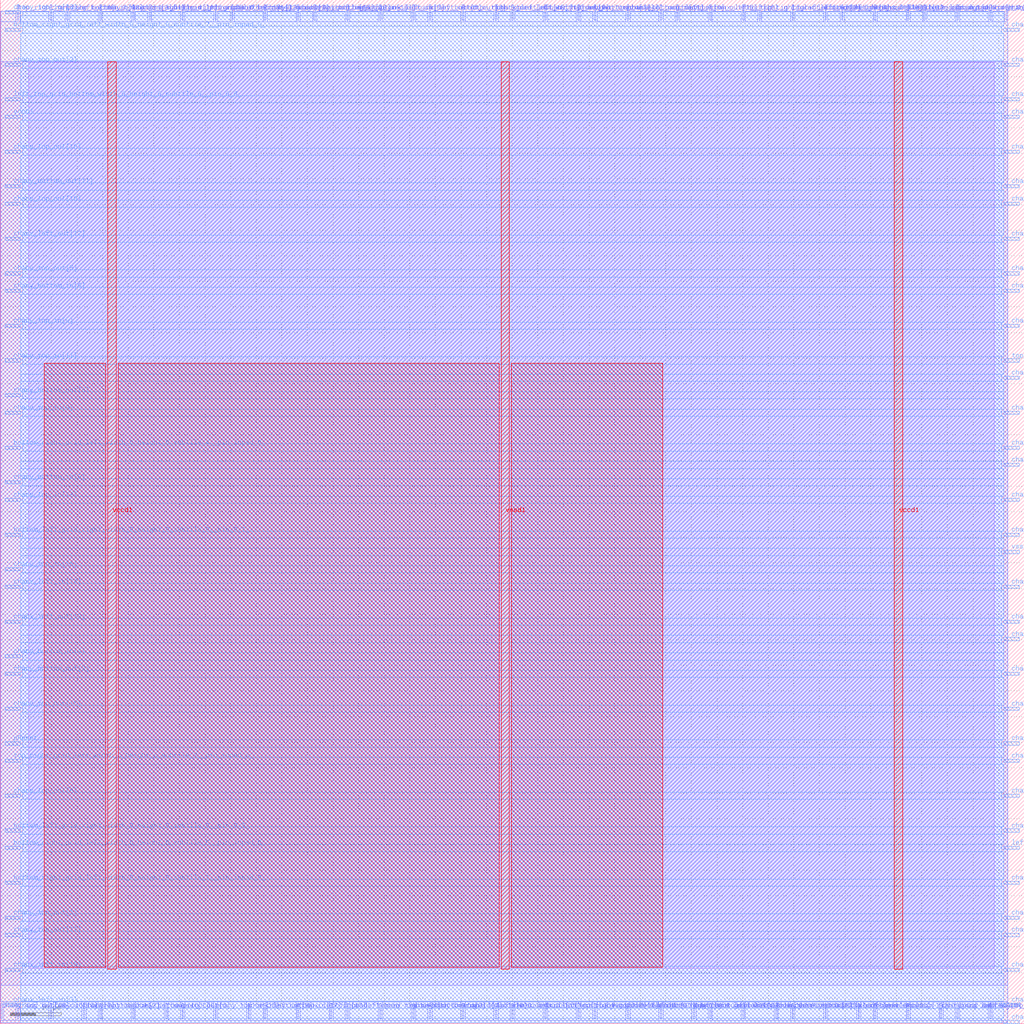
<source format=lef>
VERSION 5.7 ;
  NOWIREEXTENSIONATPIN ON ;
  DIVIDERCHAR "/" ;
  BUSBITCHARS "[]" ;
MACRO sb_4__1_
  CLASS BLOCK ;
  FOREIGN sb_4__1_ ;
  ORIGIN 0.000 0.000 ;
  SIZE 200.000 BY 200.000 ;
  PIN bottom_left_grid_right_width_0_height_0_subtile_0__pin_O_1_
    DIRECTION INPUT ;
    USE SIGNAL ;
    PORT
      LAYER met3 ;
        RECT 1.000 95.240 4.000 95.840 ;
    END
  END bottom_left_grid_right_width_0_height_0_subtile_0__pin_O_1_
  PIN bottom_left_grid_right_width_0_height_0_subtile_0__pin_O_5_
    DIRECTION INPUT ;
    USE SIGNAL ;
    PORT
      LAYER met3 ;
        RECT 1.000 37.440 4.000 38.040 ;
    END
  END bottom_left_grid_right_width_0_height_0_subtile_0__pin_O_5_
  PIN bottom_right_grid_left_width_0_height_0_subtile_0__pin_inpad_0_
    DIRECTION INPUT ;
    USE SIGNAL ;
    PORT
      LAYER met2 ;
        RECT 25.850 196.000 26.130 199.000 ;
    END
  END bottom_right_grid_left_width_0_height_0_subtile_0__pin_inpad_0_
  PIN bottom_right_grid_left_width_0_height_0_subtile_1__pin_inpad_0_
    DIRECTION INPUT ;
    USE SIGNAL ;
    PORT
      LAYER met3 ;
        RECT 1.000 27.240 4.000 27.840 ;
    END
  END bottom_right_grid_left_width_0_height_0_subtile_1__pin_inpad_0_
  PIN bottom_right_grid_left_width_0_height_0_subtile_2__pin_inpad_0_
    DIRECTION INPUT ;
    USE SIGNAL ;
    PORT
      LAYER met2 ;
        RECT 177.190 1.000 177.470 4.000 ;
    END
  END bottom_right_grid_left_width_0_height_0_subtile_2__pin_inpad_0_
  PIN bottom_right_grid_left_width_0_height_0_subtile_3__pin_inpad_0_
    DIRECTION INPUT ;
    USE SIGNAL ;
    PORT
      LAYER met2 ;
        RECT 128.890 1.000 129.170 4.000 ;
    END
  END bottom_right_grid_left_width_0_height_0_subtile_3__pin_inpad_0_
  PIN bottom_right_grid_left_width_0_height_0_subtile_4__pin_inpad_0_
    DIRECTION INPUT ;
    USE SIGNAL ;
    PORT
      LAYER met3 ;
        RECT 1.000 112.240 4.000 112.840 ;
    END
  END bottom_right_grid_left_width_0_height_0_subtile_4__pin_inpad_0_
  PIN bottom_right_grid_left_width_0_height_0_subtile_5__pin_inpad_0_
    DIRECTION INPUT ;
    USE SIGNAL ;
    PORT
      LAYER met3 ;
        RECT 1.000 34.040 4.000 34.640 ;
    END
  END bottom_right_grid_left_width_0_height_0_subtile_5__pin_inpad_0_
  PIN bottom_right_grid_left_width_0_height_0_subtile_6__pin_inpad_0_
    DIRECTION INPUT ;
    USE SIGNAL ;
    PORT
      LAYER met2 ;
        RECT 90.250 196.000 90.530 199.000 ;
    END
  END bottom_right_grid_left_width_0_height_0_subtile_6__pin_inpad_0_
  PIN bottom_right_grid_left_width_0_height_0_subtile_7__pin_inpad_0_
    DIRECTION INPUT ;
    USE SIGNAL ;
    PORT
      LAYER met3 ;
        RECT 1.000 193.840 4.000 194.440 ;
    END
  END bottom_right_grid_left_width_0_height_0_subtile_7__pin_inpad_0_
  PIN ccff_head
    DIRECTION INPUT ;
    USE SIGNAL ;
    PORT
      LAYER met2 ;
        RECT 64.490 1.000 64.770 4.000 ;
    END
  END ccff_head
  PIN ccff_tail
    DIRECTION OUTPUT TRISTATE ;
    USE SIGNAL ;
    PORT
      LAYER met2 ;
        RECT 144.990 1.000 145.270 4.000 ;
    END
  END ccff_tail
  PIN chanx_left_in[0]
    DIRECTION INPUT ;
    USE SIGNAL ;
    PORT
      LAYER met2 ;
        RECT 128.890 196.000 129.170 199.000 ;
    END
  END chanx_left_in[0]
  PIN chanx_left_in[10]
    DIRECTION INPUT ;
    USE SIGNAL ;
    PORT
      LAYER met2 ;
        RECT 29.070 196.000 29.350 199.000 ;
    END
  END chanx_left_in[10]
  PIN chanx_left_in[11]
    DIRECTION INPUT ;
    USE SIGNAL ;
    PORT
      LAYER met2 ;
        RECT 122.450 1.000 122.730 4.000 ;
    END
  END chanx_left_in[11]
  PIN chanx_left_in[12]
    DIRECTION INPUT ;
    USE SIGNAL ;
    PORT
      LAYER met2 ;
        RECT 45.170 196.000 45.450 199.000 ;
    END
  END chanx_left_in[12]
  PIN chanx_left_in[13]
    DIRECTION INPUT ;
    USE SIGNAL ;
    PORT
      LAYER met2 ;
        RECT 99.910 1.000 100.190 4.000 ;
    END
  END chanx_left_in[13]
  PIN chanx_left_in[14]
    DIRECTION INPUT ;
    USE SIGNAL ;
    PORT
      LAYER met3 ;
        RECT 1.000 85.040 4.000 85.640 ;
    END
  END chanx_left_in[14]
  PIN chanx_left_in[15]
    DIRECTION INPUT ;
    USE SIGNAL ;
    PORT
      LAYER met3 ;
        RECT 1.000 10.240 4.000 10.840 ;
    END
  END chanx_left_in[15]
  PIN chanx_left_in[16]
    DIRECTION INPUT ;
    USE SIGNAL ;
    PORT
      LAYER met2 ;
        RECT 138.550 196.000 138.830 199.000 ;
    END
  END chanx_left_in[16]
  PIN chanx_left_in[17]
    DIRECTION INPUT ;
    USE SIGNAL ;
    PORT
      LAYER met2 ;
        RECT 58.050 1.000 58.330 4.000 ;
    END
  END chanx_left_in[17]
  PIN chanx_left_in[18]
    DIRECTION INPUT ;
    USE SIGNAL ;
    PORT
      LAYER met3 ;
        RECT 196.000 159.840 199.000 160.440 ;
    END
  END chanx_left_in[18]
  PIN chanx_left_in[1]
    DIRECTION INPUT ;
    USE SIGNAL ;
    PORT
      LAYER met3 ;
        RECT 196.000 136.040 199.000 136.640 ;
    END
  END chanx_left_in[1]
  PIN chanx_left_in[2]
    DIRECTION INPUT ;
    USE SIGNAL ;
    PORT
      LAYER met2 ;
        RECT 48.390 1.000 48.670 4.000 ;
    END
  END chanx_left_in[2]
  PIN chanx_left_in[3]
    DIRECTION INPUT ;
    USE SIGNAL ;
    PORT
      LAYER met3 ;
        RECT 1.000 3.440 4.000 4.040 ;
    END
  END chanx_left_in[3]
  PIN chanx_left_in[4]
    DIRECTION INPUT ;
    USE SIGNAL ;
    PORT
      LAYER met3 ;
        RECT 196.000 44.240 199.000 44.840 ;
    END
  END chanx_left_in[4]
  PIN chanx_left_in[5]
    DIRECTION INPUT ;
    USE SIGNAL ;
    PORT
      LAYER met2 ;
        RECT 74.150 196.000 74.430 199.000 ;
    END
  END chanx_left_in[5]
  PIN chanx_left_in[6]
    DIRECTION INPUT ;
    USE SIGNAL ;
    PORT
      LAYER met3 ;
        RECT 196.000 153.040 199.000 153.640 ;
    END
  END chanx_left_in[6]
  PIN chanx_left_in[7]
    DIRECTION INPUT ;
    USE SIGNAL ;
    PORT
      LAYER met3 ;
        RECT 196.000 142.840 199.000 143.440 ;
    END
  END chanx_left_in[7]
  PIN chanx_left_in[8]
    DIRECTION INPUT ;
    USE SIGNAL ;
    PORT
      LAYER met2 ;
        RECT 161.090 196.000 161.370 199.000 ;
    END
  END chanx_left_in[8]
  PIN chanx_left_in[9]
    DIRECTION INPUT ;
    USE SIGNAL ;
    PORT
      LAYER met2 ;
        RECT 90.250 1.000 90.530 4.000 ;
    END
  END chanx_left_in[9]
  PIN chanx_left_out[0]
    DIRECTION OUTPUT TRISTATE ;
    USE SIGNAL ;
    PORT
      LAYER met2 ;
        RECT 180.410 196.000 180.690 199.000 ;
    END
  END chanx_left_out[0]
  PIN chanx_left_out[10]
    DIRECTION OUTPUT TRISTATE ;
    USE SIGNAL ;
    PORT
      LAYER met3 ;
        RECT 196.000 61.240 199.000 61.840 ;
    END
  END chanx_left_out[10]
  PIN chanx_left_out[11]
    DIRECTION OUTPUT TRISTATE ;
    USE SIGNAL ;
    PORT
      LAYER met2 ;
        RECT 167.530 1.000 167.810 4.000 ;
    END
  END chanx_left_out[11]
  PIN chanx_left_out[12]
    DIRECTION OUTPUT TRISTATE ;
    USE SIGNAL ;
    PORT
      LAYER met3 ;
        RECT 1.000 153.040 4.000 153.640 ;
    END
  END chanx_left_out[12]
  PIN chanx_left_out[13]
    DIRECTION OUTPUT TRISTATE ;
    USE SIGNAL ;
    PORT
      LAYER met3 ;
        RECT 1.000 78.240 4.000 78.840 ;
    END
  END chanx_left_out[13]
  PIN chanx_left_out[14]
    DIRECTION OUTPUT TRISTATE ;
    USE SIGNAL ;
    PORT
      LAYER met3 ;
        RECT 196.000 10.240 199.000 10.840 ;
    END
  END chanx_left_out[14]
  PIN chanx_left_out[15]
    DIRECTION OUTPUT TRISTATE ;
    USE SIGNAL ;
    PORT
      LAYER met2 ;
        RECT 99.910 196.000 100.190 199.000 ;
    END
  END chanx_left_out[15]
  PIN chanx_left_out[16]
    DIRECTION OUTPUT TRISTATE ;
    USE SIGNAL ;
    PORT
      LAYER met3 ;
        RECT 196.000 176.840 199.000 177.440 ;
    END
  END chanx_left_out[16]
  PIN chanx_left_out[17]
    DIRECTION OUTPUT TRISTATE ;
    USE SIGNAL ;
    PORT
      LAYER met3 ;
        RECT 196.000 0.040 199.000 0.640 ;
    END
  END chanx_left_out[17]
  PIN chanx_left_out[18]
    DIRECTION OUTPUT TRISTATE ;
    USE SIGNAL ;
    PORT
      LAYER met2 ;
        RECT 96.690 196.000 96.970 199.000 ;
    END
  END chanx_left_out[18]
  PIN chanx_left_out[1]
    DIRECTION OUTPUT TRISTATE ;
    USE SIGNAL ;
    PORT
      LAYER met2 ;
        RECT 170.750 1.000 171.030 4.000 ;
    END
  END chanx_left_out[1]
  PIN chanx_left_out[2]
    DIRECTION OUTPUT TRISTATE ;
    USE SIGNAL ;
    PORT
      LAYER met2 ;
        RECT 154.650 196.000 154.930 199.000 ;
    END
  END chanx_left_out[2]
  PIN chanx_left_out[3]
    DIRECTION OUTPUT TRISTATE ;
    USE SIGNAL ;
    PORT
      LAYER met2 ;
        RECT 170.750 196.000 171.030 199.000 ;
    END
  END chanx_left_out[3]
  PIN chanx_left_out[4]
    DIRECTION OUTPUT TRISTATE ;
    USE SIGNAL ;
    PORT
      LAYER met3 ;
        RECT 196.000 187.040 199.000 187.640 ;
    END
  END chanx_left_out[4]
  PIN chanx_left_out[5]
    DIRECTION OUTPUT TRISTATE ;
    USE SIGNAL ;
    PORT
      LAYER met2 ;
        RECT 80.590 196.000 80.870 199.000 ;
    END
  END chanx_left_out[5]
  PIN chanx_left_out[6]
    DIRECTION OUTPUT TRISTATE ;
    USE SIGNAL ;
    PORT
      LAYER met3 ;
        RECT 196.000 54.440 199.000 55.040 ;
    END
  END chanx_left_out[6]
  PIN chanx_left_out[7]
    DIRECTION OUTPUT TRISTATE ;
    USE SIGNAL ;
    PORT
      LAYER met3 ;
        RECT 196.000 68.040 199.000 68.640 ;
    END
  END chanx_left_out[7]
  PIN chanx_left_out[8]
    DIRECTION OUTPUT TRISTATE ;
    USE SIGNAL ;
    PORT
      LAYER met3 ;
        RECT 196.000 95.240 199.000 95.840 ;
    END
  END chanx_left_out[8]
  PIN chanx_left_out[9]
    DIRECTION OUTPUT TRISTATE ;
    USE SIGNAL ;
    PORT
      LAYER met2 ;
        RECT 138.550 1.000 138.830 4.000 ;
    END
  END chanx_left_out[9]
  PIN chany_bottom_in[0]
    DIRECTION INPUT ;
    USE SIGNAL ;
    PORT
      LAYER met3 ;
        RECT 196.000 193.840 199.000 194.440 ;
    END
  END chany_bottom_in[0]
  PIN chany_bottom_in[10]
    DIRECTION INPUT ;
    USE SIGNAL ;
    PORT
      LAYER met3 ;
        RECT 196.000 163.240 199.000 163.840 ;
    END
  END chany_bottom_in[10]
  PIN chany_bottom_in[11]
    DIRECTION INPUT ;
    USE SIGNAL ;
    PORT
      LAYER met2 ;
        RECT 122.450 196.000 122.730 199.000 ;
    END
  END chany_bottom_in[11]
  PIN chany_bottom_in[12]
    DIRECTION INPUT ;
    USE SIGNAL ;
    PORT
      LAYER met2 ;
        RECT 61.270 196.000 61.550 199.000 ;
    END
  END chany_bottom_in[12]
  PIN chany_bottom_in[13]
    DIRECTION INPUT ;
    USE SIGNAL ;
    PORT
      LAYER met3 ;
        RECT 196.000 119.040 199.000 119.640 ;
    END
  END chany_bottom_in[13]
  PIN chany_bottom_in[14]
    DIRECTION INPUT ;
    USE SIGNAL ;
    PORT
      LAYER met2 ;
        RECT 41.950 196.000 42.230 199.000 ;
    END
  END chany_bottom_in[14]
  PIN chany_bottom_in[15]
    DIRECTION INPUT ;
    USE SIGNAL ;
    PORT
      LAYER met2 ;
        RECT 58.050 196.000 58.330 199.000 ;
    END
  END chany_bottom_in[15]
  PIN chany_bottom_in[16]
    DIRECTION INPUT ;
    USE SIGNAL ;
    PORT
      LAYER met2 ;
        RECT 112.790 196.000 113.070 199.000 ;
    END
  END chany_bottom_in[16]
  PIN chany_bottom_in[17]
    DIRECTION INPUT ;
    USE SIGNAL ;
    PORT
      LAYER met2 ;
        RECT 51.610 1.000 51.890 4.000 ;
    END
  END chany_bottom_in[17]
  PIN chany_bottom_in[18]
    DIRECTION INPUT ;
    USE SIGNAL ;
    PORT
      LAYER met2 ;
        RECT 12.970 196.000 13.250 199.000 ;
    END
  END chany_bottom_in[18]
  PIN chany_bottom_in[1]
    DIRECTION INPUT ;
    USE SIGNAL ;
    PORT
      LAYER met3 ;
        RECT 196.000 74.840 199.000 75.440 ;
    END
  END chany_bottom_in[1]
  PIN chany_bottom_in[2]
    DIRECTION INPUT ;
    USE SIGNAL ;
    PORT
      LAYER met2 ;
        RECT 19.410 196.000 19.690 199.000 ;
    END
  END chany_bottom_in[2]
  PIN chany_bottom_in[3]
    DIRECTION INPUT ;
    USE SIGNAL ;
    PORT
      LAYER met3 ;
        RECT 196.000 3.440 199.000 4.040 ;
    END
  END chany_bottom_in[3]
  PIN chany_bottom_in[4]
    DIRECTION INPUT ;
    USE SIGNAL ;
    PORT
      LAYER met3 ;
        RECT 1.000 71.440 4.000 72.040 ;
    END
  END chany_bottom_in[4]
  PIN chany_bottom_in[5]
    DIRECTION INPUT ;
    USE SIGNAL ;
    PORT
      LAYER met3 ;
        RECT 196.000 37.440 199.000 38.040 ;
    END
  END chany_bottom_in[5]
  PIN chany_bottom_in[6]
    DIRECTION INPUT ;
    USE SIGNAL ;
    PORT
      LAYER met3 ;
        RECT 1.000 142.840 4.000 143.440 ;
    END
  END chany_bottom_in[6]
  PIN chany_bottom_in[7]
    DIRECTION INPUT ;
    USE SIGNAL ;
    PORT
      LAYER met2 ;
        RECT 83.810 1.000 84.090 4.000 ;
    END
  END chany_bottom_in[7]
  PIN chany_bottom_in[8]
    DIRECTION INPUT ;
    USE SIGNAL ;
    PORT
      LAYER met3 ;
        RECT 1.000 105.440 4.000 106.040 ;
    END
  END chany_bottom_in[8]
  PIN chany_bottom_in[9]
    DIRECTION INPUT ;
    USE SIGNAL ;
    PORT
      LAYER met2 ;
        RECT 80.590 1.000 80.870 4.000 ;
    END
  END chany_bottom_in[9]
  PIN chany_bottom_out[0]
    DIRECTION OUTPUT TRISTATE ;
    USE SIGNAL ;
    PORT
      LAYER met3 ;
        RECT 1.000 122.440 4.000 123.040 ;
    END
  END chany_bottom_out[0]
  PIN chany_bottom_out[10]
    DIRECTION OUTPUT TRISTATE ;
    USE SIGNAL ;
    PORT
      LAYER met2 ;
        RECT 164.310 196.000 164.590 199.000 ;
    END
  END chany_bottom_out[10]
  PIN chany_bottom_out[11]
    DIRECTION OUTPUT TRISTATE ;
    USE SIGNAL ;
    PORT
      LAYER met3 ;
        RECT 1.000 163.240 4.000 163.840 ;
    END
  END chany_bottom_out[11]
  PIN chany_bottom_out[12]
    DIRECTION OUTPUT TRISTATE ;
    USE SIGNAL ;
    PORT
      LAYER met2 ;
        RECT 151.430 1.000 151.710 4.000 ;
    END
  END chany_bottom_out[12]
  PIN chany_bottom_out[13]
    DIRECTION OUTPUT TRISTATE ;
    USE SIGNAL ;
    PORT
      LAYER met3 ;
        RECT 196.000 125.840 199.000 126.440 ;
    END
  END chany_bottom_out[13]
  PIN chany_bottom_out[14]
    DIRECTION OUTPUT TRISTATE ;
    USE SIGNAL ;
    PORT
      LAYER met3 ;
        RECT 196.000 27.240 199.000 27.840 ;
    END
  END chany_bottom_out[14]
  PIN chany_bottom_out[15]
    DIRECTION OUTPUT TRISTATE ;
    USE SIGNAL ;
    PORT
      LAYER met2 ;
        RECT 132.110 196.000 132.390 199.000 ;
    END
  END chany_bottom_out[15]
  PIN chany_bottom_out[16]
    DIRECTION OUTPUT TRISTATE ;
    USE SIGNAL ;
    PORT
      LAYER met2 ;
        RECT 196.510 196.000 196.790 199.000 ;
    END
  END chany_bottom_out[16]
  PIN chany_bottom_out[17]
    DIRECTION OUTPUT TRISTATE ;
    USE SIGNAL ;
    PORT
      LAYER met2 ;
        RECT 186.850 196.000 187.130 199.000 ;
    END
  END chany_bottom_out[17]
  PIN chany_bottom_out[18]
    DIRECTION OUTPUT TRISTATE ;
    USE SIGNAL ;
    PORT
      LAYER met2 ;
        RECT 3.310 1.000 3.590 4.000 ;
    END
  END chany_bottom_out[18]
  PIN chany_bottom_out[1]
    DIRECTION OUTPUT TRISTATE ;
    USE SIGNAL ;
    PORT
      LAYER met2 ;
        RECT 25.850 1.000 26.130 4.000 ;
    END
  END chany_bottom_out[1]
  PIN chany_bottom_out[2]
    DIRECTION OUTPUT TRISTATE ;
    USE SIGNAL ;
    PORT
      LAYER met2 ;
        RECT 193.290 1.000 193.570 4.000 ;
    END
  END chany_bottom_out[2]
  PIN chany_bottom_out[3]
    DIRECTION OUTPUT TRISTATE ;
    USE SIGNAL ;
    PORT
      LAYER met3 ;
        RECT 1.000 68.040 4.000 68.640 ;
    END
  END chany_bottom_out[3]
  PIN chany_bottom_out[4]
    DIRECTION OUTPUT TRISTATE ;
    USE SIGNAL ;
    PORT
      LAYER met3 ;
        RECT 196.000 108.840 199.000 109.440 ;
    END
  END chany_bottom_out[4]
  PIN chany_bottom_out[5]
    DIRECTION OUTPUT TRISTATE ;
    USE SIGNAL ;
    PORT
      LAYER met3 ;
        RECT 196.000 78.240 199.000 78.840 ;
    END
  END chany_bottom_out[5]
  PIN chany_bottom_out[6]
    DIRECTION OUTPUT TRISTATE ;
    USE SIGNAL ;
    PORT
      LAYER met2 ;
        RECT 83.810 196.000 84.090 199.000 ;
    END
  END chany_bottom_out[6]
  PIN chany_bottom_out[7]
    DIRECTION OUTPUT TRISTATE ;
    USE SIGNAL ;
    PORT
      LAYER met2 ;
        RECT 16.190 1.000 16.470 4.000 ;
    END
  END chany_bottom_out[7]
  PIN chany_bottom_out[8]
    DIRECTION OUTPUT TRISTATE ;
    USE SIGNAL ;
    PORT
      LAYER met3 ;
        RECT 196.000 17.040 199.000 17.640 ;
    END
  END chany_bottom_out[8]
  PIN chany_bottom_out[9]
    DIRECTION OUTPUT TRISTATE ;
    USE SIGNAL ;
    PORT
      LAYER met3 ;
        RECT 196.000 85.040 199.000 85.640 ;
    END
  END chany_bottom_out[9]
  PIN chany_top_in[0]
    DIRECTION INPUT ;
    USE SIGNAL ;
    PORT
      LAYER met3 ;
        RECT 1.000 136.040 4.000 136.640 ;
    END
  END chany_top_in[0]
  PIN chany_top_in[10]
    DIRECTION INPUT ;
    USE SIGNAL ;
    PORT
      LAYER met2 ;
        RECT 9.750 196.000 10.030 199.000 ;
    END
  END chany_top_in[10]
  PIN chany_top_in[11]
    DIRECTION INPUT ;
    USE SIGNAL ;
    PORT
      LAYER met3 ;
        RECT 1.000 129.240 4.000 129.840 ;
    END
  END chany_top_in[11]
  PIN chany_top_in[12]
    DIRECTION INPUT ;
    USE SIGNAL ;
    PORT
      LAYER met3 ;
        RECT 1.000 102.040 4.000 102.640 ;
    END
  END chany_top_in[12]
  PIN chany_top_in[13]
    DIRECTION INPUT ;
    USE SIGNAL ;
    PORT
      LAYER met3 ;
        RECT 1.000 197.240 4.000 197.840 ;
    END
  END chany_top_in[13]
  PIN chany_top_in[14]
    DIRECTION INPUT ;
    USE SIGNAL ;
    PORT
      LAYER met2 ;
        RECT 193.290 196.000 193.570 199.000 ;
    END
  END chany_top_in[14]
  PIN chany_top_in[15]
    DIRECTION INPUT ;
    USE SIGNAL ;
    PORT
      LAYER met2 ;
        RECT 41.950 1.000 42.230 4.000 ;
    END
  END chany_top_in[15]
  PIN chany_top_in[16]
    DIRECTION INPUT ;
    USE SIGNAL ;
    PORT
      LAYER met3 ;
        RECT 1.000 88.440 4.000 89.040 ;
    END
  END chany_top_in[16]
  PIN chany_top_in[17]
    DIRECTION INPUT ;
    USE SIGNAL ;
    PORT
      LAYER met2 ;
        RECT 116.010 1.000 116.290 4.000 ;
    END
  END chany_top_in[17]
  PIN chany_top_in[18]
    DIRECTION INPUT ;
    USE SIGNAL ;
    PORT
      LAYER met2 ;
        RECT 186.850 1.000 187.130 4.000 ;
    END
  END chany_top_in[18]
  PIN chany_top_in[1]
    DIRECTION INPUT ;
    USE SIGNAL ;
    PORT
      LAYER met2 ;
        RECT 67.710 196.000 67.990 199.000 ;
    END
  END chany_top_in[1]
  PIN chany_top_in[2]
    DIRECTION INPUT ;
    USE SIGNAL ;
    PORT
      LAYER met2 ;
        RECT 154.650 1.000 154.930 4.000 ;
    END
  END chany_top_in[2]
  PIN chany_top_in[3]
    DIRECTION INPUT ;
    USE SIGNAL ;
    PORT
      LAYER met2 ;
        RECT 19.410 1.000 19.690 4.000 ;
    END
  END chany_top_in[3]
  PIN chany_top_in[4]
    DIRECTION INPUT ;
    USE SIGNAL ;
    PORT
      LAYER met2 ;
        RECT 74.150 1.000 74.430 4.000 ;
    END
  END chany_top_in[4]
  PIN chany_top_in[5]
    DIRECTION INPUT ;
    USE SIGNAL ;
    PORT
      LAYER met3 ;
        RECT 196.000 20.440 199.000 21.040 ;
    END
  END chany_top_in[5]
  PIN chany_top_in[6]
    DIRECTION INPUT ;
    USE SIGNAL ;
    PORT
      LAYER met3 ;
        RECT 196.000 146.240 199.000 146.840 ;
    END
  END chany_top_in[6]
  PIN chany_top_in[7]
    DIRECTION INPUT ;
    USE SIGNAL ;
    PORT
      LAYER met3 ;
        RECT 196.000 102.040 199.000 102.640 ;
    END
  END chany_top_in[7]
  PIN chany_top_in[8]
    DIRECTION INPUT ;
    USE SIGNAL ;
    PORT
      LAYER met2 ;
        RECT 161.090 1.000 161.370 4.000 ;
    END
  END chany_top_in[8]
  PIN chany_top_in[9]
    DIRECTION INPUT ;
    USE SIGNAL ;
    PORT
      LAYER met3 ;
        RECT 1.000 119.040 4.000 119.640 ;
    END
  END chany_top_in[9]
  PIN chany_top_out[0]
    DIRECTION OUTPUT TRISTATE ;
    USE SIGNAL ;
    PORT
      LAYER met3 ;
        RECT 196.000 51.040 199.000 51.640 ;
    END
  END chany_top_out[0]
  PIN chany_top_out[10]
    DIRECTION OUTPUT TRISTATE ;
    USE SIGNAL ;
    PORT
      LAYER met3 ;
        RECT 1.000 159.840 4.000 160.440 ;
    END
  END chany_top_out[10]
  PIN chany_top_out[11]
    DIRECTION OUTPUT TRISTATE ;
    USE SIGNAL ;
    PORT
      LAYER met3 ;
        RECT 196.000 112.240 199.000 112.840 ;
    END
  END chany_top_out[11]
  PIN chany_top_out[12]
    DIRECTION OUTPUT TRISTATE ;
    USE SIGNAL ;
    PORT
      LAYER met3 ;
        RECT 196.000 170.040 199.000 170.640 ;
    END
  END chany_top_out[12]
  PIN chany_top_out[13]
    DIRECTION OUTPUT TRISTATE ;
    USE SIGNAL ;
    PORT
      LAYER met2 ;
        RECT 183.630 1.000 183.910 4.000 ;
    END
  END chany_top_out[13]
  PIN chany_top_out[14]
    DIRECTION OUTPUT TRISTATE ;
    USE SIGNAL ;
    PORT
      LAYER met3 ;
        RECT 196.000 180.240 199.000 180.840 ;
    END
  END chany_top_out[14]
  PIN chany_top_out[15]
    DIRECTION OUTPUT TRISTATE ;
    USE SIGNAL ;
    PORT
      LAYER met3 ;
        RECT 1.000 61.240 4.000 61.840 ;
    END
  END chany_top_out[15]
  PIN chany_top_out[16]
    DIRECTION OUTPUT TRISTATE ;
    USE SIGNAL ;
    PORT
      LAYER met3 ;
        RECT 1.000 170.040 4.000 170.640 ;
    END
  END chany_top_out[16]
  PIN chany_top_out[17]
    DIRECTION OUTPUT TRISTATE ;
    USE SIGNAL ;
    PORT
      LAYER met3 ;
        RECT 1.000 17.040 4.000 17.640 ;
    END
  END chany_top_out[17]
  PIN chany_top_out[18]
    DIRECTION OUTPUT TRISTATE ;
    USE SIGNAL ;
    PORT
      LAYER met2 ;
        RECT 0.090 1.000 0.370 4.000 ;
    END
  END chany_top_out[18]
  PIN chany_top_out[1]
    DIRECTION OUTPUT TRISTATE ;
    USE SIGNAL ;
    PORT
      LAYER met3 ;
        RECT 1.000 20.440 4.000 21.040 ;
    END
  END chany_top_out[1]
  PIN chany_top_out[2]
    DIRECTION OUTPUT TRISTATE ;
    USE SIGNAL ;
    PORT
      LAYER met3 ;
        RECT 1.000 187.040 4.000 187.640 ;
    END
  END chany_top_out[2]
  PIN chany_top_out[3]
    DIRECTION OUTPUT TRISTATE ;
    USE SIGNAL ;
    PORT
      LAYER met2 ;
        RECT 51.610 196.000 51.890 199.000 ;
    END
  END chany_top_out[3]
  PIN chany_top_out[4]
    DIRECTION OUTPUT TRISTATE ;
    USE SIGNAL ;
    PORT
      LAYER met2 ;
        RECT 116.010 196.000 116.290 199.000 ;
    END
  END chany_top_out[4]
  PIN chany_top_out[5]
    DIRECTION OUTPUT TRISTATE ;
    USE SIGNAL ;
    PORT
      LAYER met3 ;
        RECT 1.000 146.240 4.000 146.840 ;
    END
  END chany_top_out[5]
  PIN chany_top_out[6]
    DIRECTION OUTPUT TRISTATE ;
    USE SIGNAL ;
    PORT
      LAYER met2 ;
        RECT 32.290 1.000 32.570 4.000 ;
    END
  END chany_top_out[6]
  PIN chany_top_out[7]
    DIRECTION OUTPUT TRISTATE ;
    USE SIGNAL ;
    PORT
      LAYER met2 ;
        RECT 9.750 1.000 10.030 4.000 ;
    END
  END chany_top_out[7]
  PIN chany_top_out[8]
    DIRECTION OUTPUT TRISTATE ;
    USE SIGNAL ;
    PORT
      LAYER met3 ;
        RECT 1.000 44.240 4.000 44.840 ;
    END
  END chany_top_out[8]
  PIN chany_top_out[9]
    DIRECTION OUTPUT TRISTATE ;
    USE SIGNAL ;
    PORT
      LAYER met2 ;
        RECT 106.350 196.000 106.630 199.000 ;
    END
  END chany_top_out[9]
  PIN left_bottom_grid_top_width_0_height_0_subtile_0__pin_O_0_
    DIRECTION INPUT ;
    USE SIGNAL ;
    PORT
      LAYER met2 ;
        RECT 96.690 1.000 96.970 4.000 ;
    END
  END left_bottom_grid_top_width_0_height_0_subtile_0__pin_O_0_
  PIN left_bottom_grid_top_width_0_height_0_subtile_0__pin_O_4_
    DIRECTION INPUT ;
    USE SIGNAL ;
    PORT
      LAYER met2 ;
        RECT 177.190 196.000 177.470 199.000 ;
    END
  END left_bottom_grid_top_width_0_height_0_subtile_0__pin_O_4_
  PIN left_top_grid_bottom_width_0_height_0_subtile_0__pin_O_2_
    DIRECTION INPUT ;
    USE SIGNAL ;
    PORT
      LAYER met3 ;
        RECT 196.000 34.040 199.000 34.640 ;
    END
  END left_top_grid_bottom_width_0_height_0_subtile_0__pin_O_2_
  PIN left_top_grid_bottom_width_0_height_0_subtile_0__pin_O_6_
    DIRECTION INPUT ;
    USE SIGNAL ;
    PORT
      LAYER met3 ;
        RECT 1.000 180.240 4.000 180.840 ;
    END
  END left_top_grid_bottom_width_0_height_0_subtile_0__pin_O_6_
  PIN pReset
    DIRECTION INPUT ;
    USE SIGNAL ;
    PORT
      LAYER met3 ;
        RECT 1.000 54.440 4.000 55.040 ;
    END
  END pReset
  PIN prog_clk
    DIRECTION INPUT ;
    USE SIGNAL ;
    PORT
      LAYER met2 ;
        RECT 35.510 1.000 35.790 4.000 ;
    END
  END prog_clk
  PIN top_left_grid_right_width_0_height_0_subtile_0__pin_O_1_
    DIRECTION INPUT ;
    USE SIGNAL ;
    PORT
      LAYER met2 ;
        RECT 67.710 1.000 67.990 4.000 ;
    END
  END top_left_grid_right_width_0_height_0_subtile_0__pin_O_1_
  PIN top_left_grid_right_width_0_height_0_subtile_0__pin_O_5_
    DIRECTION INPUT ;
    USE SIGNAL ;
    PORT
      LAYER met2 ;
        RECT 106.350 1.000 106.630 4.000 ;
    END
  END top_left_grid_right_width_0_height_0_subtile_0__pin_O_5_
  PIN top_right_grid_left_width_0_height_0_subtile_0__pin_inpad_0_
    DIRECTION INPUT ;
    USE SIGNAL ;
    PORT
      LAYER met3 ;
        RECT 196.000 129.240 199.000 129.840 ;
    END
  END top_right_grid_left_width_0_height_0_subtile_0__pin_inpad_0_
  PIN top_right_grid_left_width_0_height_0_subtile_1__pin_inpad_0_
    DIRECTION INPUT ;
    USE SIGNAL ;
    PORT
      LAYER met2 ;
        RECT 112.790 1.000 113.070 4.000 ;
    END
  END top_right_grid_left_width_0_height_0_subtile_1__pin_inpad_0_
  PIN top_right_grid_left_width_0_height_0_subtile_2__pin_inpad_0_
    DIRECTION INPUT ;
    USE SIGNAL ;
    PORT
      LAYER met2 ;
        RECT 148.210 196.000 148.490 199.000 ;
    END
  END top_right_grid_left_width_0_height_0_subtile_2__pin_inpad_0_
  PIN top_right_grid_left_width_0_height_0_subtile_3__pin_inpad_0_
    DIRECTION INPUT ;
    USE SIGNAL ;
    PORT
      LAYER met2 ;
        RECT 144.990 196.000 145.270 199.000 ;
    END
  END top_right_grid_left_width_0_height_0_subtile_3__pin_inpad_0_
  PIN top_right_grid_left_width_0_height_0_subtile_4__pin_inpad_0_
    DIRECTION INPUT ;
    USE SIGNAL ;
    PORT
      LAYER met2 ;
        RECT 3.310 196.000 3.590 199.000 ;
    END
  END top_right_grid_left_width_0_height_0_subtile_4__pin_inpad_0_
  PIN top_right_grid_left_width_0_height_0_subtile_5__pin_inpad_0_
    DIRECTION INPUT ;
    USE SIGNAL ;
    PORT
      LAYER met2 ;
        RECT 35.510 196.000 35.790 199.000 ;
    END
  END top_right_grid_left_width_0_height_0_subtile_5__pin_inpad_0_
  PIN top_right_grid_left_width_0_height_0_subtile_6__pin_inpad_0_
    DIRECTION INPUT ;
    USE SIGNAL ;
    PORT
      LAYER met2 ;
        RECT 135.330 1.000 135.610 4.000 ;
    END
  END top_right_grid_left_width_0_height_0_subtile_6__pin_inpad_0_
  PIN top_right_grid_left_width_0_height_0_subtile_7__pin_inpad_0_
    DIRECTION INPUT ;
    USE SIGNAL ;
    PORT
      LAYER met3 ;
        RECT 1.000 51.040 4.000 51.640 ;
    END
  END top_right_grid_left_width_0_height_0_subtile_7__pin_inpad_0_
  PIN vccd1
    DIRECTION INOUT ;
    USE SIGNAL ;
    PORT
      LAYER met3 ;
        RECT 1.000 176.840 4.000 177.440 ;
    END
    PORT
      LAYER met4 ;
        RECT 21.040 10.640 22.640 187.920 ;
    END
    PORT
      LAYER met4 ;
        RECT 174.640 10.640 176.240 187.920 ;
    END
  END vccd1
  PIN vssd1
    DIRECTION INOUT ;
    USE SIGNAL ;
    PORT
      LAYER met3 ;
        RECT 196.000 91.840 199.000 92.440 ;
    END
    PORT
      LAYER met4 ;
        RECT 97.840 10.640 99.440 187.920 ;
    END
  END vssd1
  OBS
      LAYER li1 ;
        RECT 5.520 10.795 194.120 187.765 ;
      LAYER met1 ;
        RECT 0.070 7.520 196.810 187.920 ;
      LAYER met2 ;
        RECT 0.100 195.720 3.030 197.725 ;
        RECT 3.870 195.720 9.470 197.725 ;
        RECT 10.310 195.720 12.690 197.725 ;
        RECT 13.530 195.720 19.130 197.725 ;
        RECT 19.970 195.720 25.570 197.725 ;
        RECT 26.410 195.720 28.790 197.725 ;
        RECT 29.630 195.720 35.230 197.725 ;
        RECT 36.070 195.720 41.670 197.725 ;
        RECT 42.510 195.720 44.890 197.725 ;
        RECT 45.730 195.720 51.330 197.725 ;
        RECT 52.170 195.720 57.770 197.725 ;
        RECT 58.610 195.720 60.990 197.725 ;
        RECT 61.830 195.720 67.430 197.725 ;
        RECT 68.270 195.720 73.870 197.725 ;
        RECT 74.710 195.720 80.310 197.725 ;
        RECT 81.150 195.720 83.530 197.725 ;
        RECT 84.370 195.720 89.970 197.725 ;
        RECT 90.810 195.720 96.410 197.725 ;
        RECT 97.250 195.720 99.630 197.725 ;
        RECT 100.470 195.720 106.070 197.725 ;
        RECT 106.910 195.720 112.510 197.725 ;
        RECT 113.350 195.720 115.730 197.725 ;
        RECT 116.570 195.720 122.170 197.725 ;
        RECT 123.010 195.720 128.610 197.725 ;
        RECT 129.450 195.720 131.830 197.725 ;
        RECT 132.670 195.720 138.270 197.725 ;
        RECT 139.110 195.720 144.710 197.725 ;
        RECT 145.550 195.720 147.930 197.725 ;
        RECT 148.770 195.720 154.370 197.725 ;
        RECT 155.210 195.720 160.810 197.725 ;
        RECT 161.650 195.720 164.030 197.725 ;
        RECT 164.870 195.720 170.470 197.725 ;
        RECT 171.310 195.720 176.910 197.725 ;
        RECT 177.750 195.720 180.130 197.725 ;
        RECT 180.970 195.720 186.570 197.725 ;
        RECT 187.410 195.720 193.010 197.725 ;
        RECT 193.850 195.720 196.230 197.725 ;
        RECT 0.100 4.280 196.780 195.720 ;
        RECT 0.650 0.720 3.030 4.280 ;
        RECT 3.870 0.720 9.470 4.280 ;
        RECT 10.310 0.720 15.910 4.280 ;
        RECT 16.750 0.720 19.130 4.280 ;
        RECT 19.970 0.720 25.570 4.280 ;
        RECT 26.410 0.720 32.010 4.280 ;
        RECT 32.850 0.720 35.230 4.280 ;
        RECT 36.070 0.720 41.670 4.280 ;
        RECT 42.510 0.720 48.110 4.280 ;
        RECT 48.950 0.720 51.330 4.280 ;
        RECT 52.170 0.720 57.770 4.280 ;
        RECT 58.610 0.720 64.210 4.280 ;
        RECT 65.050 0.720 67.430 4.280 ;
        RECT 68.270 0.720 73.870 4.280 ;
        RECT 74.710 0.720 80.310 4.280 ;
        RECT 81.150 0.720 83.530 4.280 ;
        RECT 84.370 0.720 89.970 4.280 ;
        RECT 90.810 0.720 96.410 4.280 ;
        RECT 97.250 0.720 99.630 4.280 ;
        RECT 100.470 0.720 106.070 4.280 ;
        RECT 106.910 0.720 112.510 4.280 ;
        RECT 113.350 0.720 115.730 4.280 ;
        RECT 116.570 0.720 122.170 4.280 ;
        RECT 123.010 0.720 128.610 4.280 ;
        RECT 129.450 0.720 135.050 4.280 ;
        RECT 135.890 0.720 138.270 4.280 ;
        RECT 139.110 0.720 144.710 4.280 ;
        RECT 145.550 0.720 151.150 4.280 ;
        RECT 151.990 0.720 154.370 4.280 ;
        RECT 155.210 0.720 160.810 4.280 ;
        RECT 161.650 0.720 167.250 4.280 ;
        RECT 168.090 0.720 170.470 4.280 ;
        RECT 171.310 0.720 176.910 4.280 ;
        RECT 177.750 0.720 183.350 4.280 ;
        RECT 184.190 0.720 186.570 4.280 ;
        RECT 187.410 0.720 193.010 4.280 ;
        RECT 193.850 0.720 196.780 4.280 ;
        RECT 0.100 0.155 196.780 0.720 ;
      LAYER met3 ;
        RECT 4.400 196.840 196.000 197.705 ;
        RECT 4.000 194.840 196.000 196.840 ;
        RECT 4.400 193.440 195.600 194.840 ;
        RECT 4.000 188.040 196.000 193.440 ;
        RECT 4.400 186.640 195.600 188.040 ;
        RECT 4.000 181.240 196.000 186.640 ;
        RECT 4.400 179.840 195.600 181.240 ;
        RECT 4.000 177.840 196.000 179.840 ;
        RECT 4.400 176.440 195.600 177.840 ;
        RECT 4.000 171.040 196.000 176.440 ;
        RECT 4.400 169.640 195.600 171.040 ;
        RECT 4.000 164.240 196.000 169.640 ;
        RECT 4.400 162.840 195.600 164.240 ;
        RECT 4.000 160.840 196.000 162.840 ;
        RECT 4.400 159.440 195.600 160.840 ;
        RECT 4.000 154.040 196.000 159.440 ;
        RECT 4.400 152.640 195.600 154.040 ;
        RECT 4.000 147.240 196.000 152.640 ;
        RECT 4.400 145.840 195.600 147.240 ;
        RECT 4.000 143.840 196.000 145.840 ;
        RECT 4.400 142.440 195.600 143.840 ;
        RECT 4.000 137.040 196.000 142.440 ;
        RECT 4.400 135.640 195.600 137.040 ;
        RECT 4.000 130.240 196.000 135.640 ;
        RECT 4.400 128.840 195.600 130.240 ;
        RECT 4.000 126.840 196.000 128.840 ;
        RECT 4.000 125.440 195.600 126.840 ;
        RECT 4.000 123.440 196.000 125.440 ;
        RECT 4.400 122.040 196.000 123.440 ;
        RECT 4.000 120.040 196.000 122.040 ;
        RECT 4.400 118.640 195.600 120.040 ;
        RECT 4.000 113.240 196.000 118.640 ;
        RECT 4.400 111.840 195.600 113.240 ;
        RECT 4.000 109.840 196.000 111.840 ;
        RECT 4.000 108.440 195.600 109.840 ;
        RECT 4.000 106.440 196.000 108.440 ;
        RECT 4.400 105.040 196.000 106.440 ;
        RECT 4.000 103.040 196.000 105.040 ;
        RECT 4.400 101.640 195.600 103.040 ;
        RECT 4.000 96.240 196.000 101.640 ;
        RECT 4.400 94.840 195.600 96.240 ;
        RECT 4.000 92.840 196.000 94.840 ;
        RECT 4.000 91.440 195.600 92.840 ;
        RECT 4.000 89.440 196.000 91.440 ;
        RECT 4.400 88.040 196.000 89.440 ;
        RECT 4.000 86.040 196.000 88.040 ;
        RECT 4.400 84.640 195.600 86.040 ;
        RECT 4.000 79.240 196.000 84.640 ;
        RECT 4.400 77.840 195.600 79.240 ;
        RECT 4.000 75.840 196.000 77.840 ;
        RECT 4.000 74.440 195.600 75.840 ;
        RECT 4.000 72.440 196.000 74.440 ;
        RECT 4.400 71.040 196.000 72.440 ;
        RECT 4.000 69.040 196.000 71.040 ;
        RECT 4.400 67.640 195.600 69.040 ;
        RECT 4.000 62.240 196.000 67.640 ;
        RECT 4.400 60.840 195.600 62.240 ;
        RECT 4.000 55.440 196.000 60.840 ;
        RECT 4.400 54.040 195.600 55.440 ;
        RECT 4.000 52.040 196.000 54.040 ;
        RECT 4.400 50.640 195.600 52.040 ;
        RECT 4.000 45.240 196.000 50.640 ;
        RECT 4.400 43.840 195.600 45.240 ;
        RECT 4.000 38.440 196.000 43.840 ;
        RECT 4.400 37.040 195.600 38.440 ;
        RECT 4.000 35.040 196.000 37.040 ;
        RECT 4.400 33.640 195.600 35.040 ;
        RECT 4.000 28.240 196.000 33.640 ;
        RECT 4.400 26.840 195.600 28.240 ;
        RECT 4.000 21.440 196.000 26.840 ;
        RECT 4.400 20.040 195.600 21.440 ;
        RECT 4.000 18.040 196.000 20.040 ;
        RECT 4.400 16.640 195.600 18.040 ;
        RECT 4.000 11.240 196.000 16.640 ;
        RECT 4.400 9.840 195.600 11.240 ;
        RECT 4.000 4.440 196.000 9.840 ;
        RECT 4.400 3.040 195.600 4.440 ;
        RECT 4.000 1.040 196.000 3.040 ;
        RECT 4.000 0.175 195.600 1.040 ;
      LAYER met4 ;
        RECT 8.575 11.055 20.640 129.025 ;
        RECT 23.040 11.055 97.440 129.025 ;
        RECT 99.840 11.055 129.425 129.025 ;
  END
END sb_4__1_
END LIBRARY


</source>
